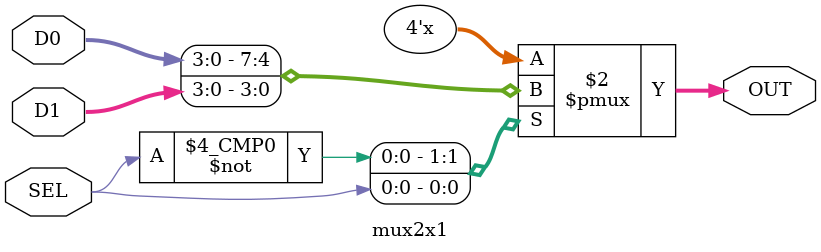
<source format=v>
/*------------------------------------------------------------------------
 * Arquivo   : mux2x1.v
 * Projeto   : Jogo do Desafio da Memoria
 *------------------------------------------------------------------------
 * Descricao : multiplexador 3x1
 * 
 * adaptado a partir do codigo my_4t1_mux.vhd do livro "Free Range VHDL"
 * 
 * exemplo de uso: ver testbench mux3x1_tb.v
 *------------------------------------------------------------------------
 * Revisoes  :
 *     Data        Versao  Autor             Descricao
 *     15/02/2024  1.0     Edson Midorikawa  criacao
 *     31/01/2025  1.1     Edson Midorikawa  revisao
 *------------------------------------------------------------------------
 */

module mux2x1 (
    input [3:0] D0,
    input [3:0] D1,
    input SEL,
    output reg [3:0] OUT
);

always @(*) begin
    case (SEL)
        1'b0:    OUT = D0;
        1'b1:    OUT = D1;
        default: OUT = 4'b0; // saida em 1
    endcase
end

endmodule

</source>
